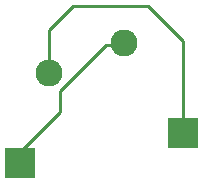
<source format=gbr>
%TF.GenerationSoftware,KiCad,Pcbnew,(5.1.6-0-10_14)*%
%TF.CreationDate,2021-03-26T09:45:15+01:00*%
%TF.ProjectId,KBPY,4b425059-2e6b-4696-9361-645f70636258,rev?*%
%TF.SameCoordinates,Original*%
%TF.FileFunction,Copper,L2,Bot*%
%TF.FilePolarity,Positive*%
%FSLAX46Y46*%
G04 Gerber Fmt 4.6, Leading zero omitted, Abs format (unit mm)*
G04 Created by KiCad (PCBNEW (5.1.6-0-10_14)) date 2021-03-26 09:45:15*
%MOMM*%
%LPD*%
G01*
G04 APERTURE LIST*
%TA.AperFunction,SMDPad,CuDef*%
%ADD10R,2.550000X2.500000*%
%TD*%
%TA.AperFunction,ComponentPad*%
%ADD11C,2.286000*%
%TD*%
%TA.AperFunction,Conductor*%
%ADD12C,0.250000*%
%TD*%
G04 APERTURE END LIST*
D10*
%TO.P,SW1,2*%
%TO.N,Net-(SW1-Pad2)*%
X132440000Y-96350000D03*
D11*
X121070000Y-91270000D03*
%TO.P,SW1,1*%
%TO.N,Net-(SW1-Pad1)*%
X127420000Y-88730000D03*
D10*
X118590000Y-98890000D03*
%TD*%
D12*
%TO.N,Net-(SW1-Pad2)*%
X132440000Y-88580000D02*
X132440000Y-96370000D01*
X123060000Y-85610000D02*
X129470000Y-85610000D01*
X121070000Y-87600000D02*
X123060000Y-85610000D01*
X129470000Y-85610000D02*
X132440000Y-88580000D01*
X121070000Y-91270000D02*
X121070000Y-87600000D01*
%TO.N,Net-(SW1-Pad1)*%
X118590000Y-98890000D02*
X118590000Y-97970000D01*
X118590000Y-97970000D02*
X121970000Y-94590000D01*
X121970000Y-94590000D02*
X121970000Y-92800000D01*
X121970000Y-92800000D02*
X125880000Y-88890000D01*
X125880000Y-88890000D02*
X127450000Y-88890000D01*
%TD*%
M02*

</source>
